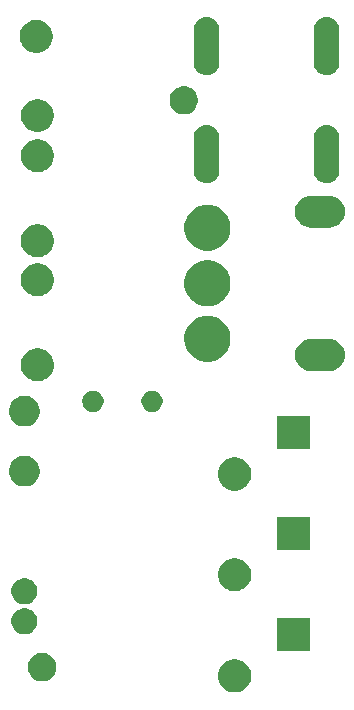
<source format=gbs>
G04 #@! TF.GenerationSoftware,KiCad,Pcbnew,(5.0.2)-1*
G04 #@! TF.CreationDate,2019-05-09T17:57:12+02:00*
G04 #@! TF.ProjectId,SafetySupply,53616665-7479-4537-9570-706c792e6b69,rev?*
G04 #@! TF.SameCoordinates,Original*
G04 #@! TF.FileFunction,Soldermask,Bot*
G04 #@! TF.FilePolarity,Negative*
%FSLAX46Y46*%
G04 Gerber Fmt 4.6, Leading zero omitted, Abs format (unit mm)*
G04 Created by KiCad (PCBNEW (5.0.2)-1) date 09.05.2019 17:57:12*
%MOMM*%
%LPD*%
G01*
G04 APERTURE LIST*
%ADD10C,0.100000*%
G04 APERTURE END LIST*
D10*
G36*
X155708365Y-116403801D02*
X155708367Y-116403802D01*
X155708368Y-116403802D01*
X155963149Y-116509336D01*
X156192448Y-116662549D01*
X156387451Y-116857552D01*
X156540664Y-117086851D01*
X156646199Y-117341635D01*
X156700000Y-117612112D01*
X156700000Y-117887888D01*
X156646199Y-118158365D01*
X156540664Y-118413149D01*
X156387451Y-118642448D01*
X156192448Y-118837451D01*
X155963149Y-118990664D01*
X155708368Y-119096198D01*
X155708367Y-119096198D01*
X155708365Y-119096199D01*
X155437888Y-119150000D01*
X155162112Y-119150000D01*
X154891635Y-119096199D01*
X154891633Y-119096198D01*
X154891632Y-119096198D01*
X154636851Y-118990664D01*
X154407552Y-118837451D01*
X154212549Y-118642448D01*
X154059336Y-118413149D01*
X153953801Y-118158365D01*
X153900000Y-117887888D01*
X153900000Y-117612112D01*
X153953801Y-117341635D01*
X154059336Y-117086851D01*
X154212549Y-116857552D01*
X154407552Y-116662549D01*
X154636851Y-116509336D01*
X154891632Y-116403802D01*
X154891633Y-116403802D01*
X154891635Y-116403801D01*
X155162112Y-116350000D01*
X155437888Y-116350000D01*
X155708365Y-116403801D01*
X155708365Y-116403801D01*
G37*
G36*
X139210925Y-115818446D02*
X139350030Y-115846116D01*
X139568413Y-115936574D01*
X139764954Y-116067898D01*
X139932102Y-116235046D01*
X140063426Y-116431587D01*
X140153884Y-116649970D01*
X140156386Y-116662549D01*
X140195175Y-116857552D01*
X140200000Y-116881812D01*
X140200000Y-117118188D01*
X140153884Y-117350030D01*
X140063426Y-117568413D01*
X139932102Y-117764954D01*
X139764954Y-117932102D01*
X139568413Y-118063426D01*
X139350030Y-118153884D01*
X139210925Y-118181554D01*
X139118190Y-118200000D01*
X138881810Y-118200000D01*
X138789075Y-118181554D01*
X138649970Y-118153884D01*
X138431587Y-118063426D01*
X138235046Y-117932102D01*
X138067898Y-117764954D01*
X137936574Y-117568413D01*
X137846116Y-117350030D01*
X137800000Y-117118188D01*
X137800000Y-116881812D01*
X137804826Y-116857552D01*
X137843614Y-116662549D01*
X137846116Y-116649970D01*
X137936574Y-116431587D01*
X138067898Y-116235046D01*
X138235046Y-116067898D01*
X138431587Y-115936574D01*
X138649970Y-115846116D01*
X138789075Y-115818446D01*
X138881810Y-115800000D01*
X139118190Y-115800000D01*
X139210925Y-115818446D01*
X139210925Y-115818446D01*
G37*
G36*
X161700000Y-115650000D02*
X158900000Y-115650000D01*
X158900000Y-112850000D01*
X161700000Y-112850000D01*
X161700000Y-115650000D01*
X161700000Y-115650000D01*
G37*
G36*
X137820856Y-112052272D02*
X138021045Y-112135193D01*
X138201207Y-112255573D01*
X138354427Y-112408793D01*
X138474807Y-112588955D01*
X138557728Y-112789144D01*
X138600000Y-113001657D01*
X138600000Y-113218343D01*
X138557728Y-113430856D01*
X138474807Y-113631045D01*
X138354427Y-113811207D01*
X138201207Y-113964427D01*
X138021045Y-114084807D01*
X137820856Y-114167728D01*
X137608343Y-114210000D01*
X137391657Y-114210000D01*
X137179144Y-114167728D01*
X136978955Y-114084807D01*
X136798793Y-113964427D01*
X136645573Y-113811207D01*
X136525193Y-113631045D01*
X136442272Y-113430856D01*
X136400000Y-113218343D01*
X136400000Y-113001657D01*
X136442272Y-112789144D01*
X136525193Y-112588955D01*
X136645573Y-112408793D01*
X136798793Y-112255573D01*
X136978955Y-112135193D01*
X137179144Y-112052272D01*
X137391657Y-112010000D01*
X137608343Y-112010000D01*
X137820856Y-112052272D01*
X137820856Y-112052272D01*
G37*
G36*
X137820856Y-109512272D02*
X138021045Y-109595193D01*
X138201207Y-109715573D01*
X138354427Y-109868793D01*
X138474807Y-110048955D01*
X138557728Y-110249144D01*
X138600000Y-110461657D01*
X138600000Y-110678343D01*
X138557728Y-110890856D01*
X138474807Y-111091045D01*
X138354427Y-111271207D01*
X138201207Y-111424427D01*
X138021045Y-111544807D01*
X137820856Y-111627728D01*
X137608343Y-111670000D01*
X137391657Y-111670000D01*
X137179144Y-111627728D01*
X136978955Y-111544807D01*
X136798793Y-111424427D01*
X136645573Y-111271207D01*
X136525193Y-111091045D01*
X136442272Y-110890856D01*
X136400000Y-110678343D01*
X136400000Y-110461657D01*
X136442272Y-110249144D01*
X136525193Y-110048955D01*
X136645573Y-109868793D01*
X136798793Y-109715573D01*
X136978955Y-109595193D01*
X137179144Y-109512272D01*
X137391657Y-109470000D01*
X137608343Y-109470000D01*
X137820856Y-109512272D01*
X137820856Y-109512272D01*
G37*
G36*
X155708365Y-107835801D02*
X155708367Y-107835802D01*
X155708368Y-107835802D01*
X155963149Y-107941336D01*
X156192448Y-108094549D01*
X156387451Y-108289552D01*
X156540664Y-108518851D01*
X156646199Y-108773635D01*
X156700000Y-109044112D01*
X156700000Y-109319888D01*
X156646199Y-109590365D01*
X156540664Y-109845149D01*
X156387451Y-110074448D01*
X156192448Y-110269451D01*
X155963149Y-110422664D01*
X155708368Y-110528198D01*
X155708367Y-110528198D01*
X155708365Y-110528199D01*
X155437888Y-110582000D01*
X155162112Y-110582000D01*
X154891635Y-110528199D01*
X154891633Y-110528198D01*
X154891632Y-110528198D01*
X154636851Y-110422664D01*
X154407552Y-110269451D01*
X154212549Y-110074448D01*
X154059336Y-109845149D01*
X153953801Y-109590365D01*
X153900000Y-109319888D01*
X153900000Y-109044112D01*
X153953801Y-108773635D01*
X154059336Y-108518851D01*
X154212549Y-108289552D01*
X154407552Y-108094549D01*
X154636851Y-107941336D01*
X154891632Y-107835802D01*
X154891633Y-107835802D01*
X154891635Y-107835801D01*
X155162112Y-107782000D01*
X155437888Y-107782000D01*
X155708365Y-107835801D01*
X155708365Y-107835801D01*
G37*
G36*
X161700000Y-107082000D02*
X158900000Y-107082000D01*
X158900000Y-104282000D01*
X161700000Y-104282000D01*
X161700000Y-107082000D01*
X161700000Y-107082000D01*
G37*
G36*
X155708365Y-99303801D02*
X155708367Y-99303802D01*
X155708368Y-99303802D01*
X155941148Y-99400223D01*
X155963149Y-99409336D01*
X156192448Y-99562549D01*
X156387451Y-99757552D01*
X156540664Y-99986851D01*
X156646199Y-100241635D01*
X156700000Y-100512112D01*
X156700000Y-100787888D01*
X156646199Y-101058365D01*
X156540664Y-101313149D01*
X156387451Y-101542448D01*
X156192448Y-101737451D01*
X155963149Y-101890664D01*
X155708368Y-101996198D01*
X155708367Y-101996198D01*
X155708365Y-101996199D01*
X155437888Y-102050000D01*
X155162112Y-102050000D01*
X154891635Y-101996199D01*
X154891633Y-101996198D01*
X154891632Y-101996198D01*
X154636851Y-101890664D01*
X154407552Y-101737451D01*
X154212549Y-101542448D01*
X154059336Y-101313149D01*
X153953801Y-101058365D01*
X153900000Y-100787888D01*
X153900000Y-100512112D01*
X153953801Y-100241635D01*
X154059336Y-99986851D01*
X154212549Y-99757552D01*
X154407552Y-99562549D01*
X154636851Y-99409336D01*
X154658852Y-99400223D01*
X154891632Y-99303802D01*
X154891633Y-99303802D01*
X154891635Y-99303801D01*
X155162112Y-99250000D01*
X155437888Y-99250000D01*
X155708365Y-99303801D01*
X155708365Y-99303801D01*
G37*
G36*
X137879196Y-99159958D02*
X137879198Y-99159959D01*
X137879199Y-99159959D01*
X138096576Y-99250000D01*
X138115781Y-99257955D01*
X138328702Y-99400224D01*
X138509776Y-99581298D01*
X138652045Y-99794219D01*
X138750042Y-100030804D01*
X138800000Y-100281961D01*
X138800000Y-100538039D01*
X138750042Y-100789196D01*
X138652045Y-101025781D01*
X138509776Y-101238702D01*
X138328702Y-101419776D01*
X138145113Y-101542446D01*
X138115781Y-101562045D01*
X137879199Y-101660041D01*
X137879198Y-101660041D01*
X137879196Y-101660042D01*
X137628039Y-101710000D01*
X137371961Y-101710000D01*
X137120804Y-101660042D01*
X137120802Y-101660041D01*
X137120801Y-101660041D01*
X136884219Y-101562045D01*
X136854887Y-101542446D01*
X136671298Y-101419776D01*
X136490224Y-101238702D01*
X136347955Y-101025781D01*
X136249958Y-100789196D01*
X136200000Y-100538039D01*
X136200000Y-100281961D01*
X136249958Y-100030804D01*
X136347955Y-99794219D01*
X136490224Y-99581298D01*
X136671298Y-99400224D01*
X136884219Y-99257955D01*
X136903424Y-99250000D01*
X137120801Y-99159959D01*
X137120802Y-99159959D01*
X137120804Y-99159958D01*
X137371961Y-99110000D01*
X137628039Y-99110000D01*
X137879196Y-99159958D01*
X137879196Y-99159958D01*
G37*
G36*
X161700000Y-98550000D02*
X158900000Y-98550000D01*
X158900000Y-95750000D01*
X161700000Y-95750000D01*
X161700000Y-98550000D01*
X161700000Y-98550000D01*
G37*
G36*
X137879196Y-94079958D02*
X137879198Y-94079959D01*
X137879199Y-94079959D01*
X138115781Y-94177955D01*
X138328702Y-94320224D01*
X138509776Y-94501298D01*
X138652045Y-94714219D01*
X138750042Y-94950804D01*
X138799426Y-95199076D01*
X138800000Y-95201963D01*
X138800000Y-95458037D01*
X138750041Y-95709199D01*
X138652045Y-95945781D01*
X138509776Y-96158702D01*
X138328702Y-96339776D01*
X138115781Y-96482045D01*
X137879199Y-96580041D01*
X137879198Y-96580041D01*
X137879196Y-96580042D01*
X137628039Y-96630000D01*
X137371961Y-96630000D01*
X137120804Y-96580042D01*
X137120802Y-96580041D01*
X137120801Y-96580041D01*
X136884219Y-96482045D01*
X136671298Y-96339776D01*
X136490224Y-96158702D01*
X136347955Y-95945781D01*
X136249959Y-95709199D01*
X136200000Y-95458037D01*
X136200000Y-95201963D01*
X136200574Y-95199076D01*
X136249958Y-94950804D01*
X136347955Y-94714219D01*
X136490224Y-94501298D01*
X136671298Y-94320224D01*
X136884219Y-94177955D01*
X137120801Y-94079959D01*
X137120802Y-94079959D01*
X137120804Y-94079958D01*
X137371961Y-94030000D01*
X137628039Y-94030000D01*
X137879196Y-94079958D01*
X137879196Y-94079958D01*
G37*
G36*
X148562520Y-93634586D02*
X148562522Y-93634587D01*
X148562523Y-93634587D01*
X148726310Y-93702430D01*
X148873717Y-93800924D01*
X148999076Y-93926283D01*
X149097570Y-94073690D01*
X149165414Y-94237480D01*
X149200000Y-94411358D01*
X149200000Y-94588642D01*
X149165414Y-94762520D01*
X149097570Y-94926310D01*
X148999076Y-95073717D01*
X148873717Y-95199076D01*
X148869399Y-95201961D01*
X148726310Y-95297570D01*
X148562523Y-95365413D01*
X148562522Y-95365413D01*
X148562520Y-95365414D01*
X148388642Y-95400000D01*
X148211358Y-95400000D01*
X148037480Y-95365414D01*
X148037478Y-95365413D01*
X148037477Y-95365413D01*
X147873690Y-95297570D01*
X147730601Y-95201961D01*
X147726283Y-95199076D01*
X147600924Y-95073717D01*
X147502430Y-94926310D01*
X147434586Y-94762520D01*
X147400000Y-94588642D01*
X147400000Y-94411358D01*
X147434586Y-94237480D01*
X147502430Y-94073690D01*
X147600924Y-93926283D01*
X147726283Y-93800924D01*
X147873690Y-93702430D01*
X148037477Y-93634587D01*
X148037478Y-93634587D01*
X148037480Y-93634586D01*
X148211358Y-93600000D01*
X148388642Y-93600000D01*
X148562520Y-93634586D01*
X148562520Y-93634586D01*
G37*
G36*
X143562520Y-93634586D02*
X143562522Y-93634587D01*
X143562523Y-93634587D01*
X143726310Y-93702430D01*
X143873717Y-93800924D01*
X143999076Y-93926283D01*
X144097570Y-94073690D01*
X144165414Y-94237480D01*
X144200000Y-94411358D01*
X144200000Y-94588642D01*
X144165414Y-94762520D01*
X144097570Y-94926310D01*
X143999076Y-95073717D01*
X143873717Y-95199076D01*
X143869399Y-95201961D01*
X143726310Y-95297570D01*
X143562523Y-95365413D01*
X143562522Y-95365413D01*
X143562520Y-95365414D01*
X143388642Y-95400000D01*
X143211358Y-95400000D01*
X143037480Y-95365414D01*
X143037478Y-95365413D01*
X143037477Y-95365413D01*
X142873690Y-95297570D01*
X142730601Y-95201961D01*
X142726283Y-95199076D01*
X142600924Y-95073717D01*
X142502430Y-94926310D01*
X142434586Y-94762520D01*
X142400000Y-94588642D01*
X142400000Y-94411358D01*
X142434586Y-94237480D01*
X142502430Y-94073690D01*
X142600924Y-93926283D01*
X142726283Y-93800924D01*
X142873690Y-93702430D01*
X143037477Y-93634587D01*
X143037478Y-93634587D01*
X143037480Y-93634586D01*
X143211358Y-93600000D01*
X143388642Y-93600000D01*
X143562520Y-93634586D01*
X143562520Y-93634586D01*
G37*
G36*
X139008365Y-90053801D02*
X139008367Y-90053802D01*
X139008368Y-90053802D01*
X139263149Y-90159336D01*
X139492448Y-90312549D01*
X139687451Y-90507552D01*
X139840664Y-90736851D01*
X139946199Y-90991635D01*
X140000000Y-91262112D01*
X140000000Y-91537888D01*
X139969164Y-91692914D01*
X139946198Y-91808368D01*
X139910120Y-91895467D01*
X139840664Y-92063149D01*
X139687451Y-92292448D01*
X139492448Y-92487451D01*
X139263149Y-92640664D01*
X139008368Y-92746198D01*
X139008367Y-92746198D01*
X139008365Y-92746199D01*
X138737888Y-92800000D01*
X138462112Y-92800000D01*
X138191635Y-92746199D01*
X138191633Y-92746198D01*
X138191632Y-92746198D01*
X137936851Y-92640664D01*
X137707552Y-92487451D01*
X137512549Y-92292448D01*
X137359336Y-92063149D01*
X137289880Y-91895467D01*
X137253802Y-91808368D01*
X137230837Y-91692914D01*
X137200000Y-91537888D01*
X137200000Y-91262112D01*
X137253801Y-90991635D01*
X137359336Y-90736851D01*
X137512549Y-90507552D01*
X137707552Y-90312549D01*
X137936851Y-90159336D01*
X138191632Y-90053802D01*
X138191633Y-90053802D01*
X138191635Y-90053801D01*
X138462112Y-90000000D01*
X138737888Y-90000000D01*
X139008365Y-90053801D01*
X139008365Y-90053801D01*
G37*
G36*
X163544646Y-89234533D02*
X163799122Y-89311728D01*
X164033649Y-89437085D01*
X164239213Y-89605787D01*
X164407915Y-89811351D01*
X164533272Y-90045878D01*
X164610467Y-90300354D01*
X164636532Y-90565000D01*
X164610467Y-90829646D01*
X164533272Y-91084122D01*
X164407915Y-91318649D01*
X164239213Y-91524213D01*
X164033649Y-91692915D01*
X163799122Y-91818272D01*
X163544646Y-91895467D01*
X163346321Y-91915000D01*
X161713679Y-91915000D01*
X161515354Y-91895467D01*
X161260878Y-91818272D01*
X161026351Y-91692915D01*
X160820787Y-91524213D01*
X160652085Y-91318649D01*
X160526728Y-91084122D01*
X160449533Y-90829646D01*
X160423468Y-90565000D01*
X160449533Y-90300354D01*
X160526728Y-90045878D01*
X160652085Y-89811351D01*
X160820787Y-89605787D01*
X161026351Y-89437085D01*
X161260878Y-89311728D01*
X161515354Y-89234533D01*
X161713679Y-89215000D01*
X163346321Y-89215000D01*
X163544646Y-89234533D01*
X163544646Y-89234533D01*
G37*
G36*
X153443215Y-87299959D02*
X153568795Y-87324938D01*
X153715790Y-87385826D01*
X153923671Y-87471933D01*
X154243052Y-87685336D01*
X154514664Y-87956948D01*
X154728067Y-88276329D01*
X154875062Y-88631206D01*
X154950000Y-89007942D01*
X154950000Y-89392058D01*
X154941043Y-89437086D01*
X154875062Y-89768795D01*
X154814174Y-89915790D01*
X154728067Y-90123671D01*
X154514664Y-90443052D01*
X154243052Y-90714664D01*
X153923671Y-90928067D01*
X153770204Y-90991635D01*
X153568795Y-91075062D01*
X153523247Y-91084122D01*
X153192058Y-91150000D01*
X152807942Y-91150000D01*
X152476753Y-91084122D01*
X152431205Y-91075062D01*
X152229796Y-90991635D01*
X152076329Y-90928067D01*
X151756948Y-90714664D01*
X151485336Y-90443052D01*
X151271933Y-90123671D01*
X151185826Y-89915790D01*
X151124938Y-89768795D01*
X151058957Y-89437086D01*
X151050000Y-89392058D01*
X151050000Y-89007942D01*
X151124938Y-88631206D01*
X151271933Y-88276329D01*
X151485336Y-87956948D01*
X151756948Y-87685336D01*
X152076329Y-87471933D01*
X152284210Y-87385826D01*
X152431205Y-87324938D01*
X152556785Y-87299959D01*
X152807942Y-87250000D01*
X153192058Y-87250000D01*
X153443215Y-87299959D01*
X153443215Y-87299959D01*
G37*
G36*
X153443215Y-82599959D02*
X153568795Y-82624938D01*
X153715790Y-82685826D01*
X153923671Y-82771933D01*
X153923672Y-82771934D01*
X154243051Y-82985335D01*
X154514665Y-83256949D01*
X154548478Y-83307554D01*
X154728067Y-83576329D01*
X154814174Y-83784210D01*
X154875062Y-83931205D01*
X154950000Y-84307944D01*
X154950000Y-84692056D01*
X154875062Y-85068795D01*
X154814174Y-85215790D01*
X154728067Y-85423671D01*
X154514664Y-85743052D01*
X154243052Y-86014664D01*
X153923671Y-86228067D01*
X153715790Y-86314174D01*
X153568795Y-86375062D01*
X153443215Y-86400041D01*
X153192058Y-86450000D01*
X152807942Y-86450000D01*
X152556785Y-86400041D01*
X152431205Y-86375062D01*
X152284210Y-86314174D01*
X152076329Y-86228067D01*
X151756948Y-86014664D01*
X151485336Y-85743052D01*
X151271933Y-85423671D01*
X151185826Y-85215790D01*
X151124938Y-85068795D01*
X151050000Y-84692056D01*
X151050000Y-84307944D01*
X151124938Y-83931205D01*
X151185826Y-83784210D01*
X151271933Y-83576329D01*
X151451522Y-83307554D01*
X151485335Y-83256949D01*
X151756949Y-82985335D01*
X152076328Y-82771934D01*
X152076329Y-82771933D01*
X152284210Y-82685826D01*
X152431205Y-82624938D01*
X152556785Y-82599959D01*
X152807942Y-82550000D01*
X153192058Y-82550000D01*
X153443215Y-82599959D01*
X153443215Y-82599959D01*
G37*
G36*
X139008365Y-82853801D02*
X139008367Y-82853802D01*
X139008368Y-82853802D01*
X139263149Y-82959336D01*
X139492448Y-83112549D01*
X139687451Y-83307552D01*
X139840664Y-83536851D01*
X139946199Y-83791635D01*
X140000000Y-84062112D01*
X140000000Y-84337888D01*
X139946199Y-84608365D01*
X139840664Y-84863149D01*
X139687451Y-85092448D01*
X139492448Y-85287451D01*
X139288581Y-85423671D01*
X139263149Y-85440664D01*
X139008368Y-85546198D01*
X139008367Y-85546198D01*
X139008365Y-85546199D01*
X138737888Y-85600000D01*
X138462112Y-85600000D01*
X138191635Y-85546199D01*
X138191633Y-85546198D01*
X138191632Y-85546198D01*
X137936851Y-85440664D01*
X137911419Y-85423671D01*
X137707552Y-85287451D01*
X137512549Y-85092448D01*
X137359336Y-84863149D01*
X137253801Y-84608365D01*
X137200000Y-84337888D01*
X137200000Y-84062112D01*
X137253801Y-83791635D01*
X137359336Y-83536851D01*
X137512549Y-83307552D01*
X137707552Y-83112549D01*
X137936851Y-82959336D01*
X138191632Y-82853802D01*
X138191633Y-82853802D01*
X138191635Y-82853801D01*
X138462112Y-82800000D01*
X138737888Y-82800000D01*
X139008365Y-82853801D01*
X139008365Y-82853801D01*
G37*
G36*
X139008365Y-79553801D02*
X139008367Y-79553802D01*
X139008368Y-79553802D01*
X139139073Y-79607942D01*
X139263149Y-79659336D01*
X139492448Y-79812549D01*
X139687451Y-80007552D01*
X139840664Y-80236851D01*
X139946199Y-80491635D01*
X140000000Y-80762112D01*
X140000000Y-81037888D01*
X139998973Y-81043052D01*
X139946198Y-81308368D01*
X139855196Y-81528066D01*
X139840664Y-81563149D01*
X139687451Y-81792448D01*
X139492448Y-81987451D01*
X139263149Y-82140664D01*
X139008368Y-82246198D01*
X139008367Y-82246198D01*
X139008365Y-82246199D01*
X138737888Y-82300000D01*
X138462112Y-82300000D01*
X138191635Y-82246199D01*
X138191633Y-82246198D01*
X138191632Y-82246198D01*
X137936851Y-82140664D01*
X137707552Y-81987451D01*
X137512549Y-81792448D01*
X137359336Y-81563149D01*
X137344804Y-81528066D01*
X137253802Y-81308368D01*
X137201028Y-81043052D01*
X137200000Y-81037888D01*
X137200000Y-80762112D01*
X137253801Y-80491635D01*
X137359336Y-80236851D01*
X137512549Y-80007552D01*
X137707552Y-79812549D01*
X137936851Y-79659336D01*
X138060927Y-79607942D01*
X138191632Y-79553802D01*
X138191633Y-79553802D01*
X138191635Y-79553801D01*
X138462112Y-79500000D01*
X138737888Y-79500000D01*
X139008365Y-79553801D01*
X139008365Y-79553801D01*
G37*
G36*
X153443215Y-77899959D02*
X153568795Y-77924938D01*
X153715790Y-77985826D01*
X153923671Y-78071933D01*
X154243052Y-78285336D01*
X154514664Y-78556948D01*
X154728067Y-78876329D01*
X154760290Y-78954122D01*
X154857435Y-79188649D01*
X154875062Y-79231206D01*
X154950000Y-79607942D01*
X154950000Y-79992058D01*
X154875062Y-80368794D01*
X154728067Y-80723671D01*
X154702380Y-80762114D01*
X154518115Y-81037888D01*
X154514664Y-81043052D01*
X154243052Y-81314664D01*
X153923671Y-81528067D01*
X153715790Y-81614174D01*
X153568795Y-81675062D01*
X153443215Y-81700041D01*
X153192058Y-81750000D01*
X152807942Y-81750000D01*
X152556785Y-81700041D01*
X152431205Y-81675062D01*
X152284210Y-81614174D01*
X152076329Y-81528067D01*
X151756948Y-81314664D01*
X151485336Y-81043052D01*
X151481886Y-81037888D01*
X151297620Y-80762114D01*
X151271933Y-80723671D01*
X151124938Y-80368794D01*
X151050000Y-79992058D01*
X151050000Y-79607942D01*
X151124938Y-79231206D01*
X151142566Y-79188649D01*
X151239710Y-78954122D01*
X151271933Y-78876329D01*
X151485336Y-78556948D01*
X151756948Y-78285336D01*
X152076329Y-78071933D01*
X152284210Y-77985826D01*
X152431205Y-77924938D01*
X152556785Y-77899959D01*
X152807942Y-77850000D01*
X153192058Y-77850000D01*
X153443215Y-77899959D01*
X153443215Y-77899959D01*
G37*
G36*
X163544646Y-77104533D02*
X163799122Y-77181728D01*
X164033649Y-77307085D01*
X164239213Y-77475787D01*
X164407915Y-77681351D01*
X164533272Y-77915878D01*
X164610467Y-78170354D01*
X164636532Y-78435000D01*
X164610467Y-78699646D01*
X164533272Y-78954122D01*
X164407915Y-79188649D01*
X164239213Y-79394213D01*
X164033649Y-79562915D01*
X163799122Y-79688272D01*
X163544646Y-79765467D01*
X163346321Y-79785000D01*
X161713679Y-79785000D01*
X161515354Y-79765467D01*
X161260878Y-79688272D01*
X161026351Y-79562915D01*
X160820787Y-79394213D01*
X160652085Y-79188649D01*
X160526728Y-78954122D01*
X160449533Y-78699646D01*
X160423468Y-78435000D01*
X160449533Y-78170354D01*
X160526728Y-77915878D01*
X160652085Y-77681351D01*
X160820787Y-77475787D01*
X161026351Y-77307085D01*
X161260878Y-77181728D01*
X161515354Y-77104533D01*
X161713679Y-77085000D01*
X163346321Y-77085000D01*
X163544646Y-77104533D01*
X163544646Y-77104533D01*
G37*
G36*
X153135634Y-71112915D02*
X153342988Y-71175816D01*
X153445130Y-71230412D01*
X153534084Y-71277958D01*
X153564548Y-71302959D01*
X153701581Y-71415419D01*
X153839041Y-71582914D01*
X153941184Y-71774011D01*
X154004085Y-71981365D01*
X154020000Y-72142958D01*
X154020000Y-75001042D01*
X154004085Y-75162635D01*
X153941184Y-75369989D01*
X153839041Y-75561086D01*
X153701581Y-75728581D01*
X153534086Y-75866041D01*
X153342989Y-75968184D01*
X153135635Y-76031085D01*
X152920000Y-76052323D01*
X152704366Y-76031085D01*
X152497012Y-75968184D01*
X152305915Y-75866041D01*
X152138420Y-75728581D01*
X152000960Y-75561086D01*
X151898817Y-75369989D01*
X151835916Y-75162635D01*
X151820001Y-75001042D01*
X151820000Y-72142959D01*
X151835915Y-71981366D01*
X151898816Y-71774012D01*
X151967134Y-71646198D01*
X152000958Y-71582916D01*
X152138419Y-71415419D01*
X152275453Y-71302958D01*
X152305914Y-71277959D01*
X152497011Y-71175816D01*
X152704365Y-71112915D01*
X152920000Y-71091677D01*
X153135634Y-71112915D01*
X153135634Y-71112915D01*
G37*
G36*
X163295634Y-71137915D02*
X163502988Y-71200816D01*
X163605130Y-71255412D01*
X163694084Y-71302958D01*
X163694086Y-71302959D01*
X163694085Y-71302959D01*
X163861581Y-71440419D01*
X163999041Y-71607914D01*
X164101184Y-71799011D01*
X164164085Y-72006365D01*
X164180000Y-72167958D01*
X164180000Y-74976042D01*
X164164085Y-75137635D01*
X164101184Y-75344989D01*
X163999041Y-75536086D01*
X163861581Y-75703581D01*
X163694086Y-75841041D01*
X163502989Y-75943184D01*
X163295635Y-76006085D01*
X163080000Y-76027323D01*
X162864366Y-76006085D01*
X162657012Y-75943184D01*
X162465915Y-75841041D01*
X162298420Y-75703581D01*
X162160960Y-75536086D01*
X162058817Y-75344989D01*
X161995916Y-75137635D01*
X161980001Y-74976042D01*
X161980000Y-72167959D01*
X161995915Y-72006366D01*
X162058816Y-71799012D01*
X162160959Y-71607915D01*
X162298419Y-71440419D01*
X162465914Y-71302959D01*
X162657011Y-71200816D01*
X162864365Y-71137915D01*
X163080000Y-71116677D01*
X163295634Y-71137915D01*
X163295634Y-71137915D01*
G37*
G36*
X139008365Y-72353801D02*
X139008367Y-72353802D01*
X139008368Y-72353802D01*
X139263149Y-72459336D01*
X139492448Y-72612549D01*
X139687451Y-72807552D01*
X139840664Y-73036851D01*
X139946199Y-73291635D01*
X140000000Y-73562112D01*
X140000000Y-73837888D01*
X139946199Y-74108365D01*
X139840664Y-74363149D01*
X139687451Y-74592448D01*
X139492448Y-74787451D01*
X139263149Y-74940664D01*
X139008368Y-75046198D01*
X139008367Y-75046198D01*
X139008365Y-75046199D01*
X138737888Y-75100000D01*
X138462112Y-75100000D01*
X138191635Y-75046199D01*
X138191633Y-75046198D01*
X138191632Y-75046198D01*
X137936851Y-74940664D01*
X137707552Y-74787451D01*
X137512549Y-74592448D01*
X137359336Y-74363149D01*
X137253801Y-74108365D01*
X137200000Y-73837888D01*
X137200000Y-73562112D01*
X137253801Y-73291635D01*
X137359336Y-73036851D01*
X137512549Y-72807552D01*
X137707552Y-72612549D01*
X137936851Y-72459336D01*
X138191632Y-72353802D01*
X138191633Y-72353802D01*
X138191635Y-72353801D01*
X138462112Y-72300000D01*
X138737888Y-72300000D01*
X139008365Y-72353801D01*
X139008365Y-72353801D01*
G37*
G36*
X139008365Y-68953801D02*
X139008367Y-68953802D01*
X139008368Y-68953802D01*
X139263149Y-69059336D01*
X139492448Y-69212549D01*
X139687451Y-69407552D01*
X139687452Y-69407554D01*
X139840664Y-69636851D01*
X139893727Y-69764955D01*
X139946199Y-69891635D01*
X140000000Y-70162112D01*
X140000000Y-70437888D01*
X139946199Y-70708365D01*
X139840664Y-70963149D01*
X139687451Y-71192448D01*
X139492448Y-71387451D01*
X139450591Y-71415419D01*
X139263149Y-71540664D01*
X139008368Y-71646198D01*
X139008367Y-71646198D01*
X139008365Y-71646199D01*
X138737888Y-71700000D01*
X138462112Y-71700000D01*
X138191635Y-71646199D01*
X138191633Y-71646198D01*
X138191632Y-71646198D01*
X137936851Y-71540664D01*
X137749409Y-71415419D01*
X137707552Y-71387451D01*
X137512549Y-71192448D01*
X137359336Y-70963149D01*
X137253801Y-70708365D01*
X137200000Y-70437888D01*
X137200000Y-70162112D01*
X137253801Y-69891635D01*
X137306274Y-69764955D01*
X137359336Y-69636851D01*
X137512548Y-69407554D01*
X137512549Y-69407552D01*
X137707552Y-69212549D01*
X137936851Y-69059336D01*
X138191632Y-68953802D01*
X138191633Y-68953802D01*
X138191635Y-68953801D01*
X138462112Y-68900000D01*
X138737888Y-68900000D01*
X139008365Y-68953801D01*
X139008365Y-68953801D01*
G37*
G36*
X151210925Y-67818446D02*
X151350030Y-67846116D01*
X151568413Y-67936574D01*
X151764954Y-68067898D01*
X151932102Y-68235046D01*
X152063426Y-68431587D01*
X152153884Y-68649970D01*
X152200000Y-68881812D01*
X152200000Y-69118188D01*
X152153884Y-69350030D01*
X152063426Y-69568413D01*
X151932102Y-69764954D01*
X151764954Y-69932102D01*
X151568413Y-70063426D01*
X151350030Y-70153884D01*
X151210925Y-70181554D01*
X151118190Y-70200000D01*
X150881810Y-70200000D01*
X150789075Y-70181554D01*
X150649970Y-70153884D01*
X150431587Y-70063426D01*
X150235046Y-69932102D01*
X150067898Y-69764954D01*
X149936574Y-69568413D01*
X149846116Y-69350030D01*
X149800000Y-69118188D01*
X149800000Y-68881812D01*
X149846116Y-68649970D01*
X149936574Y-68431587D01*
X150067898Y-68235046D01*
X150235046Y-68067898D01*
X150431587Y-67936574D01*
X150649970Y-67846116D01*
X150789075Y-67818446D01*
X150881810Y-67800000D01*
X151118190Y-67800000D01*
X151210925Y-67818446D01*
X151210925Y-67818446D01*
G37*
G36*
X153135634Y-61968915D02*
X153342988Y-62031816D01*
X153445130Y-62086412D01*
X153534084Y-62133958D01*
X153680113Y-62253801D01*
X153701581Y-62271419D01*
X153839041Y-62438914D01*
X153941184Y-62630011D01*
X154004085Y-62837365D01*
X154020000Y-62998958D01*
X154020000Y-65857042D01*
X154004085Y-66018635D01*
X153941184Y-66225989D01*
X153839041Y-66417086D01*
X153701581Y-66584581D01*
X153534086Y-66722041D01*
X153342989Y-66824184D01*
X153135635Y-66887085D01*
X152920000Y-66908323D01*
X152704366Y-66887085D01*
X152497012Y-66824184D01*
X152305915Y-66722041D01*
X152138420Y-66584581D01*
X152000960Y-66417086D01*
X151898817Y-66225989D01*
X151835916Y-66018635D01*
X151820001Y-65857042D01*
X151820000Y-62998959D01*
X151835915Y-62837366D01*
X151898816Y-62630012D01*
X151961601Y-62512549D01*
X152000958Y-62438916D01*
X152138419Y-62271419D01*
X152275453Y-62158958D01*
X152305914Y-62133959D01*
X152497011Y-62031816D01*
X152704365Y-61968915D01*
X152920000Y-61947677D01*
X153135634Y-61968915D01*
X153135634Y-61968915D01*
G37*
G36*
X163295634Y-61993915D02*
X163502988Y-62056816D01*
X163605130Y-62111412D01*
X163694084Y-62158958D01*
X163694086Y-62158959D01*
X163694085Y-62158959D01*
X163861581Y-62296419D01*
X163999041Y-62463914D01*
X164101184Y-62655011D01*
X164164085Y-62862365D01*
X164180000Y-63023958D01*
X164180000Y-65832042D01*
X164164085Y-65993635D01*
X164101184Y-66200989D01*
X163999041Y-66392086D01*
X163861581Y-66559581D01*
X163694086Y-66697041D01*
X163502989Y-66799184D01*
X163295635Y-66862085D01*
X163080000Y-66883323D01*
X162864366Y-66862085D01*
X162657012Y-66799184D01*
X162465915Y-66697041D01*
X162298420Y-66559581D01*
X162160960Y-66392086D01*
X162058817Y-66200989D01*
X161995916Y-65993635D01*
X161980001Y-65832042D01*
X161980000Y-63023959D01*
X161995915Y-62862366D01*
X162058816Y-62655012D01*
X162113412Y-62552870D01*
X162160958Y-62463916D01*
X162298419Y-62296419D01*
X162465914Y-62158959D01*
X162657011Y-62056816D01*
X162864365Y-61993915D01*
X163080000Y-61972677D01*
X163295634Y-61993915D01*
X163295634Y-61993915D01*
G37*
G36*
X138908365Y-62253801D02*
X138908367Y-62253802D01*
X138908368Y-62253802D01*
X138950899Y-62271419D01*
X139163149Y-62359336D01*
X139392448Y-62512549D01*
X139587451Y-62707552D01*
X139587452Y-62707554D01*
X139740664Y-62936851D01*
X139766393Y-62998965D01*
X139846199Y-63191635D01*
X139900000Y-63462112D01*
X139900000Y-63737888D01*
X139846199Y-64008365D01*
X139740664Y-64263149D01*
X139587451Y-64492448D01*
X139392448Y-64687451D01*
X139163149Y-64840664D01*
X138908368Y-64946198D01*
X138908367Y-64946198D01*
X138908365Y-64946199D01*
X138637888Y-65000000D01*
X138362112Y-65000000D01*
X138091635Y-64946199D01*
X138091633Y-64946198D01*
X138091632Y-64946198D01*
X137836851Y-64840664D01*
X137607552Y-64687451D01*
X137412549Y-64492448D01*
X137259336Y-64263149D01*
X137153801Y-64008365D01*
X137100000Y-63737888D01*
X137100000Y-63462112D01*
X137153801Y-63191635D01*
X137233608Y-62998965D01*
X137259336Y-62936851D01*
X137412548Y-62707554D01*
X137412549Y-62707552D01*
X137607552Y-62512549D01*
X137836851Y-62359336D01*
X138049101Y-62271419D01*
X138091632Y-62253802D01*
X138091633Y-62253802D01*
X138091635Y-62253801D01*
X138362112Y-62200000D01*
X138637888Y-62200000D01*
X138908365Y-62253801D01*
X138908365Y-62253801D01*
G37*
M02*

</source>
